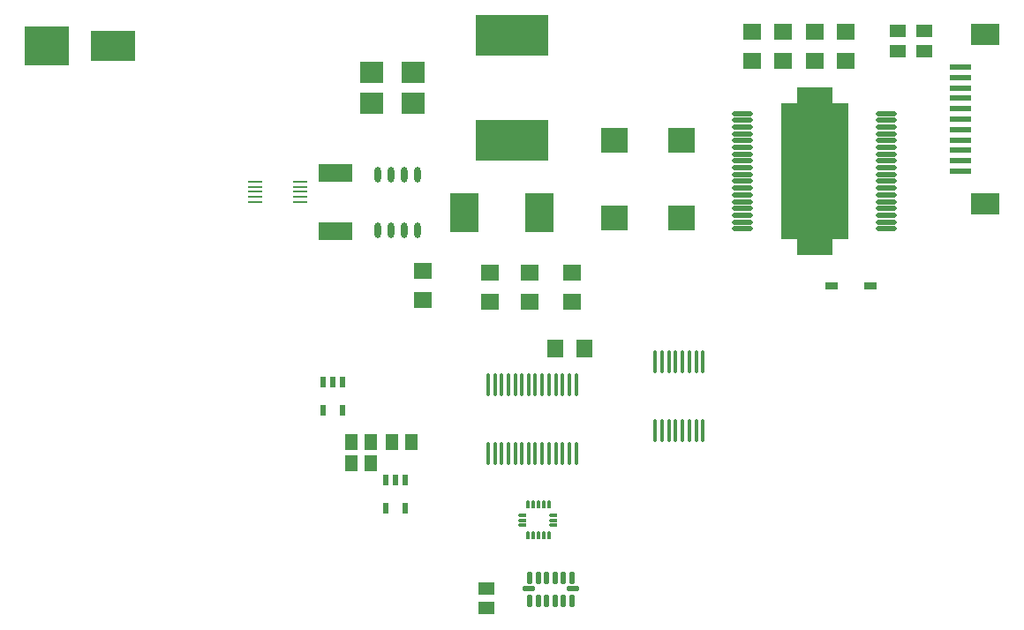
<source format=gtp>
%FSTAX23Y23*%
%MOIN*%
%SFA1B1*%

%IPPOS*%
%AMD26*
4,1,8,0.003000,0.015000,-0.003000,0.015000,-0.006000,0.012000,-0.006000,-0.012000,-0.003000,-0.015000,0.003000,-0.015000,0.006000,-0.012000,0.006000,0.012000,0.003000,0.015000,0.0*
1,1,0.006000,0.003000,0.012000*
1,1,0.006000,-0.003000,0.012000*
1,1,0.006000,-0.003000,-0.012000*
1,1,0.006000,0.003000,-0.012000*
%
%AMD27*
4,1,8,-0.015000,0.003000,-0.015000,-0.003000,-0.012000,-0.006000,0.012000,-0.006000,0.015000,-0.003000,0.015000,0.003000,0.012000,0.006000,-0.012000,0.006000,-0.015000,0.003000,0.0*
1,1,0.006000,-0.012000,0.003000*
1,1,0.006000,-0.012000,-0.003000*
1,1,0.006000,0.012000,-0.003000*
1,1,0.006000,0.012000,0.003000*
%
%AMD28*
4,1,8,0.017500,0.011000,-0.017500,0.011000,-0.022500,0.006000,-0.022500,-0.006000,-0.017500,-0.011000,0.017500,-0.011000,0.022500,-0.006000,0.022500,0.006000,0.017500,0.011000,0.0*
1,1,0.010000,0.017500,0.006000*
1,1,0.010000,-0.017500,0.006000*
1,1,0.010000,-0.017500,-0.006000*
1,1,0.010000,0.017500,-0.006000*
%
%AMD29*
4,1,8,0.011000,-0.017500,0.011000,0.017500,0.006000,0.022500,-0.006000,0.022500,-0.011000,0.017500,-0.011000,-0.017500,-0.006000,-0.022500,0.006000,-0.022500,0.011000,-0.017500,0.0*
1,1,0.010000,0.006000,-0.017500*
1,1,0.010000,0.006000,0.017500*
1,1,0.010000,-0.006000,0.017500*
1,1,0.010000,-0.006000,-0.017500*
%
%ADD10R,0.059000X0.059000*%
%ADD11R,0.134000X0.122000*%
%ADD12R,0.252000X0.394000*%
%ADD13O,0.079000X0.018000*%
%ADD14R,0.087000X0.079000*%
%ADD15R,0.167000X0.118000*%
%ADD16R,0.167000X0.150000*%
%ADD17R,0.051000X0.059000*%
%ADD18R,0.126000X0.071000*%
%ADD19R,0.071000X0.063000*%
%ADD20R,0.059000X0.051000*%
%ADD21R,0.110000X0.150000*%
%ADD22O,0.016000X0.085000*%
%ADD23O,0.016000X0.085000*%
%ADD24R,0.063000X0.071000*%
%ADD25R,0.024000X0.041000*%
G04~CAMADD=26~8~0.0~0.0~120.0~300.0~30.0~0.0~15~0.0~0.0~0.0~0.0~0~0.0~0.0~0.0~0.0~0~0.0~0.0~0.0~0.0~120.0~300.0*
%ADD26D26*%
G04~CAMADD=27~8~0.0~0.0~120.0~300.0~30.0~0.0~15~0.0~0.0~0.0~0.0~0~0.0~0.0~0.0~0.0~0~0.0~0.0~0.0~90.0~300.0~120.0*
%ADD27D27*%
G04~CAMADD=28~8~0.0~0.0~450.0~220.0~50.0~0.0~15~0.0~0.0~0.0~0.0~0~0.0~0.0~0.0~0.0~0~0.0~0.0~0.0~0.0~450.0~220.0*
%ADD28D28*%
G04~CAMADD=29~8~0.0~0.0~450.0~220.0~50.0~0.0~15~0.0~0.0~0.0~0.0~0~0.0~0.0~0.0~0.0~0~0.0~0.0~0.0~270.0~220.0~450.0*
%ADD29D29*%
%ADD30R,0.276000X0.157000*%
%ADD31R,0.055000X0.011000*%
%ADD32R,0.047000X0.028000*%
%ADD33R,0.102000X0.094000*%
%ADD34O,0.024000X0.059000*%
%ADD35R,0.110000X0.083000*%
%ADD36R,0.079000X0.024000*%
%LNpendulum-1*%
%LPD*%
G54D10*
X03742Y01939D03*
X03935D03*
Y02392D03*
X03742D03*
G54D11*
X03839Y02423D03*
Y01907D03*
G54D12*
X03839Y02165D03*
G54D13*
X03567Y01948D03*
Y01973D03*
Y01999D03*
Y02076D03*
Y0205D03*
Y02025D03*
Y02178D03*
Y02204D03*
Y02229D03*
Y02153D03*
Y02127D03*
Y02101D03*
Y02332D03*
Y02357D03*
Y02383D03*
Y02306D03*
Y02281D03*
Y02255D03*
X0411D03*
Y02281D03*
Y02306D03*
Y02383D03*
Y02357D03*
Y02332D03*
Y02101D03*
Y02127D03*
Y02153D03*
Y02229D03*
Y02204D03*
Y02178D03*
Y02025D03*
Y0205D03*
Y02076D03*
Y01999D03*
Y01973D03*
Y01948D03*
G54D14*
X02165Y02421D03*
Y02539D03*
X02323D03*
Y02421D03*
G54D15*
X01188Y02638D03*
G54D16*
X00938Y02638D03*
G54D17*
X02089Y01142D03*
X02163D03*
Y01063D03*
X02089D03*
X02242Y01142D03*
X02317D03*
G54D18*
X02028Y01937D03*
Y02157D03*
G54D19*
X03602Y02693D03*
Y02583D03*
X0372Y02693D03*
Y02583D03*
X03839Y02693D03*
Y02583D03*
X03957Y02693D03*
Y02583D03*
X02358Y01677D03*
Y01787D03*
X02614Y01673D03*
Y01783D03*
X02764Y01673D03*
Y01783D03*
X02921Y01673D03*
Y01783D03*
G54D20*
X04154Y02695D03*
Y0262D03*
X04252Y02695D03*
Y0262D03*
X02598Y00589D03*
Y00514D03*
G54D21*
X02799Y02008D03*
X02516D03*
G54D22*
X03416Y01444D03*
X03391D03*
X03365D03*
X0334D03*
X03314D03*
X03288D03*
X03263D03*
X03237D03*
X03416Y01186D03*
X03391D03*
X03365D03*
X0334D03*
X03314D03*
X03288D03*
X03263D03*
X02861Y01357D03*
X02887D03*
X02912D03*
X02938D03*
X02861Y01099D03*
X02887D03*
X02912D03*
X02938D03*
X02836Y01357D03*
X0281D03*
X02784D03*
X02759D03*
X02733D03*
X02708D03*
X02682D03*
X02656D03*
X02631D03*
X02605D03*
X02836Y01099D03*
X0281D03*
X02784D03*
X02759D03*
X02733D03*
X02708D03*
X02682D03*
X02656D03*
X02631D03*
G54D23*
X03237Y01186D03*
X02605Y01099D03*
G54D24*
X02969Y01496D03*
X02858D03*
G54D25*
X02057Y01262D03*
X01982D03*
X02057Y01368D03*
X0202D03*
X01982D03*
X02293Y00892D03*
X02219D03*
X02293Y00998D03*
X02256D03*
X02219D03*
G54D26*
X02835Y00905D03*
X02815D03*
X02795D03*
X02776D03*
X02756D03*
Y00788D03*
X02776D03*
X02795D03*
X02815D03*
X02835D03*
G54D27*
X02853Y00846D03*
Y00866D03*
Y00827D03*
X02737D03*
Y00866D03*
Y00846D03*
G54D28*
X0276Y00587D03*
X02925D03*
G54D29*
X02921Y00543D03*
X0289D03*
X02858D03*
X02827D03*
X02795D03*
X02764D03*
Y0063D03*
X02795D03*
X02827D03*
X02858D03*
X0289D03*
X02921D03*
G54D30*
X02697Y02283D03*
Y02677D03*
G54D31*
X01727Y02126D03*
Y02106D03*
Y02087D03*
Y02047D03*
Y02067D03*
X01895D03*
Y02047D03*
Y02087D03*
Y02106D03*
Y02126D03*
G54D32*
X03904Y01732D03*
X04049D03*
G54D33*
X03335Y02283D03*
X03083D03*
X03335Y01988D03*
X03083D03*
G54D34*
X02339Y02153D03*
Y01941D03*
X02189D03*
X02239D03*
X02289D03*
Y02153D03*
X02239D03*
X02189D03*
G54D35*
X04484Y02041D03*
Y02683D03*
G54D36*
X0439Y02165D03*
Y02205D03*
Y02244D03*
Y02283D03*
Y02323D03*
Y02362D03*
Y02402D03*
Y02441D03*
Y0248D03*
Y0252D03*
Y02559D03*
M02*
</source>
